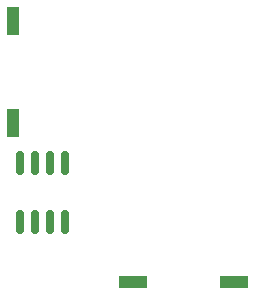
<source format=gbr>
%TF.GenerationSoftware,KiCad,Pcbnew,(6.0.4)*%
%TF.CreationDate,2022-05-29T18:16:18+05:30*%
%TF.ProjectId,TOUCH ON AND OFF SWTICH CIRCUIT,544f5543-4820-44f4-9e20-414e44204f46,rev?*%
%TF.SameCoordinates,Original*%
%TF.FileFunction,Paste,Top*%
%TF.FilePolarity,Positive*%
%FSLAX46Y46*%
G04 Gerber Fmt 4.6, Leading zero omitted, Abs format (unit mm)*
G04 Created by KiCad (PCBNEW (6.0.4)) date 2022-05-29 18:16:18*
%MOMM*%
%LPD*%
G01*
G04 APERTURE LIST*
G04 Aperture macros list*
%AMRoundRect*
0 Rectangle with rounded corners*
0 $1 Rounding radius*
0 $2 $3 $4 $5 $6 $7 $8 $9 X,Y pos of 4 corners*
0 Add a 4 corners polygon primitive as box body*
4,1,4,$2,$3,$4,$5,$6,$7,$8,$9,$2,$3,0*
0 Add four circle primitives for the rounded corners*
1,1,$1+$1,$2,$3*
1,1,$1+$1,$4,$5*
1,1,$1+$1,$6,$7*
1,1,$1+$1,$8,$9*
0 Add four rect primitives between the rounded corners*
20,1,$1+$1,$2,$3,$4,$5,0*
20,1,$1+$1,$4,$5,$6,$7,0*
20,1,$1+$1,$6,$7,$8,$9,0*
20,1,$1+$1,$8,$9,$2,$3,0*%
G04 Aperture macros list end*
%ADD10R,2.440000X1.120000*%
%ADD11R,1.120000X2.440000*%
%ADD12RoundRect,0.150000X-0.150000X0.825000X-0.150000X-0.825000X0.150000X-0.825000X0.150000X0.825000X0*%
G04 APERTURE END LIST*
D10*
%TO.C,SW1*%
X50025000Y-45720000D03*
X41415000Y-45720000D03*
%TD*%
D11*
%TO.C,SW2*%
X31255000Y-32245000D03*
X31255000Y-23635000D03*
%TD*%
D12*
%TO.C,U1*%
X35700000Y-40575000D03*
X34430000Y-40575000D03*
X33160000Y-40575000D03*
X31890000Y-40575000D03*
X31890000Y-35625000D03*
X33160000Y-35625000D03*
X34430000Y-35625000D03*
X35700000Y-35625000D03*
%TD*%
M02*

</source>
